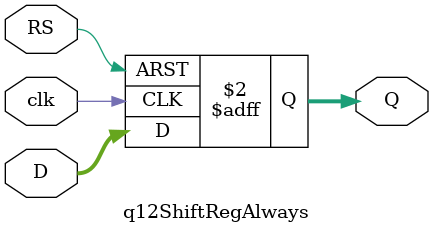
<source format=sv>
`timescale 1ns/1ns

module q12ShiftRegAlways(input [7:0]D, input clk,  RS, output logic [7:0]Q);
	always@(negedge clk, posedge RS) begin
		if (RS) 
			Q <= 0;
		else 
			Q <= D;
	end
endmodule
</source>
